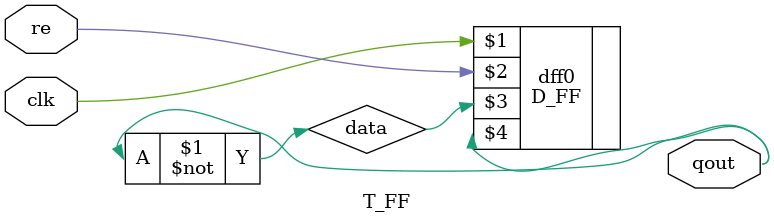
<source format=v>
module T_FF(clk, re, qout);
  
    input clk, re;
    output qout;
  
  
  wire data;
  
  //Now we will make an object of D_FF inside this module
  D_FF dff0(clk, re, data, qout);
  
  not n1(data,qout);
  
endmodule
</source>
